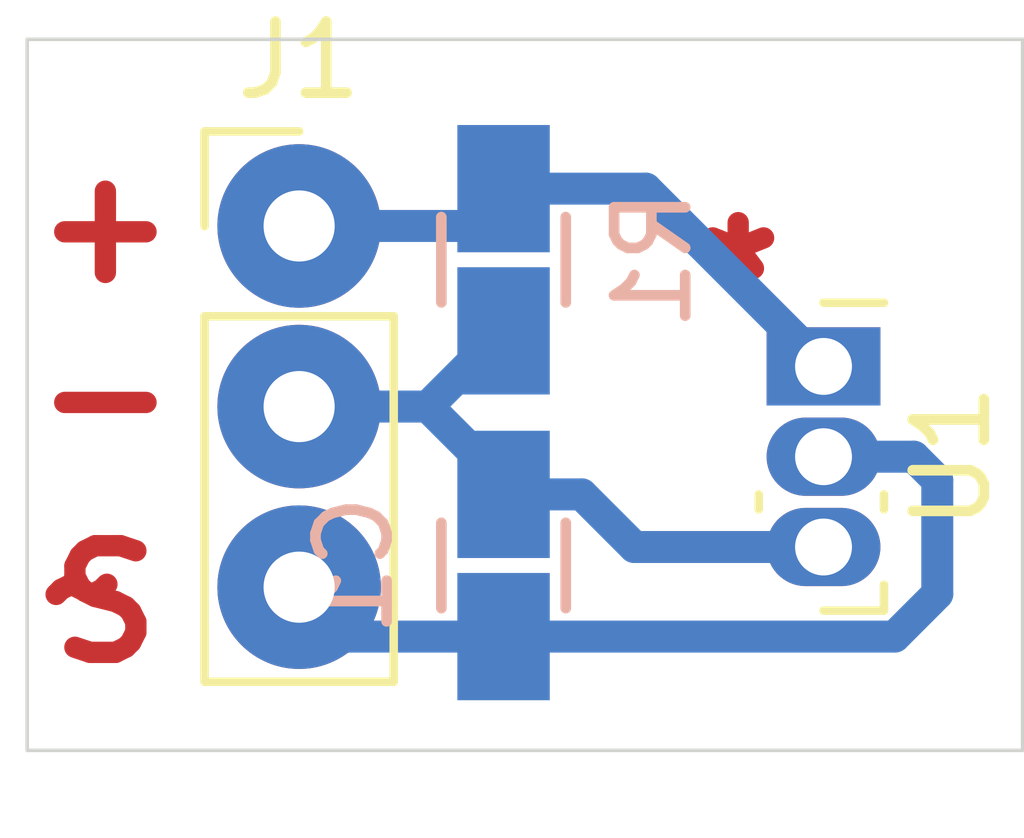
<source format=kicad_pcb>
(kicad_pcb (version 20171130) (host pcbnew 5.1.9-73d0e3b20d~88~ubuntu20.04.1)

  (general
    (thickness 1.6)
    (drawings 10)
    (tracks 18)
    (zones 0)
    (modules 4)
    (nets 4)
  )

  (page A4)
  (layers
    (0 F.Cu signal)
    (31 B.Cu signal)
    (32 B.Adhes user)
    (33 F.Adhes user)
    (34 B.Paste user)
    (35 F.Paste user)
    (36 B.SilkS user)
    (37 F.SilkS user)
    (38 B.Mask user)
    (39 F.Mask user)
    (40 Dwgs.User user)
    (41 Cmts.User user)
    (42 Eco1.User user)
    (43 Eco2.User user)
    (44 Edge.Cuts user)
    (45 Margin user)
    (46 B.CrtYd user)
    (47 F.CrtYd user)
    (48 B.Fab user)
    (49 F.Fab user)
  )

  (setup
    (last_trace_width 0.45)
    (trace_clearance 0.19)
    (zone_clearance 0.508)
    (zone_45_only no)
    (trace_min 0.2)
    (via_size 2)
    (via_drill 0.4)
    (via_min_size 0.4)
    (via_min_drill 0.3)
    (uvia_size 0.3)
    (uvia_drill 0.1)
    (uvias_allowed no)
    (uvia_min_size 0.2)
    (uvia_min_drill 0.1)
    (edge_width 0.05)
    (segment_width 0.2)
    (pcb_text_width 0.3)
    (pcb_text_size 1.5 1.5)
    (mod_edge_width 0.12)
    (mod_text_size 1 1)
    (mod_text_width 0.15)
    (pad_size 1.524 1.524)
    (pad_drill 0.762)
    (pad_to_mask_clearance 0)
    (aux_axis_origin 40 49)
    (visible_elements FFFFFF7F)
    (pcbplotparams
      (layerselection 0x01000_ffffffff)
      (usegerberextensions false)
      (usegerberattributes true)
      (usegerberadvancedattributes true)
      (creategerberjobfile true)
      (excludeedgelayer true)
      (linewidth 0.100000)
      (plotframeref false)
      (viasonmask false)
      (mode 1)
      (useauxorigin true)
      (hpglpennumber 1)
      (hpglpenspeed 20)
      (hpglpendiameter 15.000000)
      (psnegative false)
      (psa4output false)
      (plotreference true)
      (plotvalue true)
      (plotinvisibletext false)
      (padsonsilk false)
      (subtractmaskfromsilk false)
      (outputformat 1)
      (mirror false)
      (drillshape 0)
      (scaleselection 1)
      (outputdirectory ""))
  )

  (net 0 "")
  (net 1 "Net-(C1-Pad1)")
  (net 2 "Net-(C1-Pad2)")
  (net 3 "Net-(J1-Pad1)")

  (net_class Default "This is the default net class."
    (clearance 0.19)
    (trace_width 0.45)
    (via_dia 2)
    (via_drill 0.4)
    (uvia_dia 0.3)
    (uvia_drill 0.1)
    (add_net "Net-(C1-Pad1)")
    (add_net "Net-(C1-Pad2)")
    (add_net "Net-(J1-Pad1)")
  )

  (module Connector_PinHeader_2.54mm:PinHeader_1x03_P2.54mm_Vertical (layer F.Cu) (tedit 6046EF0E) (tstamp 604748D2)
    (at 43.825001 41.625001)
    (descr "Through hole straight pin header, 1x03, 2.54mm pitch, single row")
    (tags "Through hole pin header THT 1x03 2.54mm single row")
    (path /60471470)
    (fp_text reference J1 (at 0 -2.33) (layer F.SilkS)
      (effects (font (size 1 1) (thickness 0.15)))
    )
    (fp_text value HALL (at 0 7.41) (layer F.Fab)
      (effects (font (size 1 1) (thickness 0.15)))
    )
    (fp_line (start 1.8 -1.8) (end -1.8 -1.8) (layer F.CrtYd) (width 0.05))
    (fp_line (start 1.8 6.85) (end 1.8 -1.8) (layer F.CrtYd) (width 0.05))
    (fp_line (start -1.8 6.85) (end 1.8 6.85) (layer F.CrtYd) (width 0.05))
    (fp_line (start -1.8 -1.8) (end -1.8 6.85) (layer F.CrtYd) (width 0.05))
    (fp_line (start -1.33 -1.33) (end 0 -1.33) (layer F.SilkS) (width 0.12))
    (fp_line (start -1.33 0) (end -1.33 -1.33) (layer F.SilkS) (width 0.12))
    (fp_line (start -1.33 1.27) (end 1.33 1.27) (layer F.SilkS) (width 0.12))
    (fp_line (start 1.33 1.27) (end 1.33 6.41) (layer F.SilkS) (width 0.12))
    (fp_line (start -1.33 1.27) (end -1.33 6.41) (layer F.SilkS) (width 0.12))
    (fp_line (start -1.33 6.41) (end 1.33 6.41) (layer F.SilkS) (width 0.12))
    (fp_line (start -1.27 -0.635) (end -0.635 -1.27) (layer F.Fab) (width 0.1))
    (fp_line (start -1.27 6.35) (end -1.27 -0.635) (layer F.Fab) (width 0.1))
    (fp_line (start 1.27 6.35) (end -1.27 6.35) (layer F.Fab) (width 0.1))
    (fp_line (start 1.27 -1.27) (end 1.27 6.35) (layer F.Fab) (width 0.1))
    (fp_line (start -0.635 -1.27) (end 1.27 -1.27) (layer F.Fab) (width 0.1))
    (fp_text user %R (at 0 2.54 90) (layer F.Fab)
      (effects (font (size 1 1) (thickness 0.15)))
    )
    (pad 3 thru_hole circle (at 0 5.08) (size 2.3 2.3) (drill 1) (layers *.Cu *.Mask)
      (net 2 "Net-(C1-Pad2)"))
    (pad 2 thru_hole circle (at 0 2.54) (size 2.3 2.3) (drill 1) (layers *.Cu *.Mask)
      (net 1 "Net-(C1-Pad1)"))
    (pad 1 thru_hole circle (at 0 0) (size 2.3 2.3) (drill 1) (layers *.Cu *.Mask)
      (net 3 "Net-(J1-Pad1)"))
    (model ${KISYS3DMOD}/Connector_PinHeader_2.54mm.3dshapes/PinHeader_1x03_P2.54mm_Vertical.wrl
      (at (xyz 0 0 0))
      (scale (xyz 1 1 1))
      (rotate (xyz 0 0 0))
    )
  )

  (module Sensor_Current:Allegro_SIP-3 (layer F.Cu) (tedit 5A04BB4E) (tstamp 60474B0A)
    (at 51.2 43.6 270)
    (descr "Allegro Microsystems SIP-3, 1.27mm Pitch (http://www.allegromicro.com/~/media/Files/Datasheets/A1369-Datasheet.ashx)")
    (tags "Allegro SIP-3")
    (path /604704E4)
    (fp_text reference U1 (at 1.27 -1.8 90) (layer F.SilkS)
      (effects (font (size 1 1) (thickness 0.15)))
    )
    (fp_text value A1369xUA-10 (at 1.27 1.8 90) (layer F.Fab)
      (effects (font (size 1 1) (thickness 0.15)))
    )
    (fp_line (start 3.435 -0.85) (end 3.07 -0.85) (layer F.SilkS) (width 0.12))
    (fp_line (start -0.895 0) (end -0.895 -0.85) (layer F.SilkS) (width 0.12))
    (fp_line (start 3.435 -0.85) (end 3.435 0) (layer F.SilkS) (width 0.12))
    (fp_line (start 2.01 0.91) (end 1.8 0.91) (layer F.SilkS) (width 0.12))
    (fp_line (start 2.01 -0.85) (end 1.8 -0.85) (layer F.SilkS) (width 0.12))
    (fp_line (start -0.775 0) (end -0.775 -0.73) (layer F.Fab) (width 0.1))
    (fp_line (start -0.775 -0.73) (end 3.315 -0.73) (layer F.Fab) (width 0.1))
    (fp_line (start 3.315 -0.73) (end 3.315 0) (layer F.Fab) (width 0.1))
    (fp_line (start 3.315 0) (end 2.525 0.79) (layer F.Fab) (width 0.1))
    (fp_line (start 2.525 0.79) (end 0.015 0.79) (layer F.Fab) (width 0.1))
    (fp_line (start -0.775 0) (end 0.015 0.79) (layer F.Fab) (width 0.1))
    (fp_line (start 3.57 -1.05) (end -1.03 -1.05) (layer F.CrtYd) (width 0.05))
    (fp_line (start -1.03 -1.05) (end -1.03 1.05) (layer F.CrtYd) (width 0.05))
    (fp_line (start -1.03 1.05) (end 3.57 1.05) (layer F.CrtYd) (width 0.05))
    (fp_line (start 3.57 1.05) (end 3.57 -1.05) (layer F.CrtYd) (width 0.05))
    (fp_text user %R (at 1.27 0 90) (layer F.Fab)
      (effects (font (size 0.8 0.8) (thickness 0.1)))
    )
    (pad 3 thru_hole oval (at 2.54 0 270) (size 1.1 1.6) (drill 0.8) (layers *.Cu *.Mask)
      (net 1 "Net-(C1-Pad1)"))
    (pad 2 thru_hole oval (at 1.27 0 270) (size 1.1 1.6) (drill 0.8) (layers *.Cu *.Mask)
      (net 2 "Net-(C1-Pad2)"))
    (pad 1 thru_hole rect (at 0 0 270) (size 1.1 1.6) (drill 0.8) (layers *.Cu *.Mask)
      (net 3 "Net-(J1-Pad1)"))
    (model ${KISYS3DMOD}/Sensor_Current.3dshapes/Allegro_SIP-3.wrl
      (at (xyz 0 0 0))
      (scale (xyz 1 1 1))
      (rotate (xyz 0 0 0))
    )
  )

  (module coddingtonbear:0805_Milling (layer B.Cu) (tedit 5A864972) (tstamp 604748DA)
    (at 46.7 42.1 90)
    (descr "Resistor SMD 0805, reflow soldering, Vishay (see dcrcw.pdf)")
    (tags "resistor 0805")
    (path /60470D30)
    (attr smd)
    (fp_text reference R1 (at 0 2.1 270) (layer B.SilkS)
      (effects (font (size 1 1) (thickness 0.15)) (justify mirror))
    )
    (fp_text value 1k (at 0 -2.1 270) (layer B.Fab)
      (effects (font (size 1 1) (thickness 0.15)) (justify mirror))
    )
    (fp_line (start 0.6 -0.875) (end -0.6 -0.875) (layer B.SilkS) (width 0.15))
    (fp_line (start -0.6 0.875) (end 0.6 0.875) (layer B.SilkS) (width 0.15))
    (pad 1 smd rect (at -1 0 90) (size 1.79 1.3) (layers B.Cu B.Paste B.Mask)
      (net 1 "Net-(C1-Pad1)"))
    (pad 2 smd rect (at 1 0 90) (size 1.79 1.3) (layers B.Cu B.Paste B.Mask)
      (net 3 "Net-(J1-Pad1)"))
    (model Resistors_SMD.3dshapes/R_0805.wrl
      (at (xyz 0 0 0))
      (scale (xyz 1 1 1))
      (rotate (xyz 0 0 0))
    )
  )

  (module coddingtonbear:0805_Milling (layer B.Cu) (tedit 5A864972) (tstamp 604748BB)
    (at 46.7 46.4 270)
    (descr "Resistor SMD 0805, reflow soldering, Vishay (see dcrcw.pdf)")
    (tags "resistor 0805")
    (path /604729B4)
    (attr smd)
    (fp_text reference C1 (at 0 2.1 270) (layer B.SilkS)
      (effects (font (size 1 1) (thickness 0.15)) (justify mirror))
    )
    (fp_text value 20p (at 0 -2.1 270) (layer B.Fab)
      (effects (font (size 1 1) (thickness 0.15)) (justify mirror))
    )
    (fp_line (start 0.6 -0.875) (end -0.6 -0.875) (layer B.SilkS) (width 0.15))
    (fp_line (start -0.6 0.875) (end 0.6 0.875) (layer B.SilkS) (width 0.15))
    (pad 1 smd rect (at -1 0 270) (size 1.79 1.3) (layers B.Cu B.Paste B.Mask)
      (net 1 "Net-(C1-Pad1)"))
    (pad 2 smd rect (at 1 0 270) (size 1.79 1.3) (layers B.Cu B.Paste B.Mask)
      (net 2 "Net-(C1-Pad2)"))
    (model Resistors_SMD.3dshapes/R_0805.wrl
      (at (xyz 0 0 0))
      (scale (xyz 1 1 1))
      (rotate (xyz 0 0 0))
    )
  )

  (gr_line (start 40 49) (end 40 39) (layer Edge.Cuts) (width 0.05) (tstamp 60474CD1))
  (gr_line (start 54 49) (end 40 49) (layer Edge.Cuts) (width 0.05))
  (gr_line (start 54 39) (end 54 49) (layer Edge.Cuts) (width 0.05))
  (gr_line (start 40 39) (end 54 39) (layer Edge.Cuts) (width 0.05))
  (gr_text S (at 41.1 46.8 180) (layer F.Cu)
    (effects (font (size 1.5 1.5) (thickness 0.3)))
  )
  (gr_text ~ (at 40.1 46.1) (layer Dwgs.User)
    (effects (font (size 1 1) (thickness 0.15)))
  )
  (gr_text ~ (at 40.8 46.7) (layer F.Cu)
    (effects (font (size 1.5 1.5) (thickness 0.3)))
  )
  (gr_text - (at 41.1 44) (layer F.Cu)
    (effects (font (size 1.5 1.5) (thickness 0.3)))
  )
  (gr_text + (at 41.1 41.6) (layer F.Cu)
    (effects (font (size 1.5 1.5) (thickness 0.3)))
  )
  (gr_text * (at 50 42.4) (layer F.Cu)
    (effects (font (size 1.5 1.5) (thickness 0.3)))
  )

  (segment (start 45.634999 44.165001) (end 46.7 43.1) (width 0.45) (layer B.Cu) (net 1))
  (segment (start 43.825001 44.165001) (end 45.634999 44.165001) (width 0.45) (layer B.Cu) (net 1))
  (segment (start 46.7 45.230002) (end 45.634999 44.165001) (width 0.45) (layer B.Cu) (net 1))
  (segment (start 46.7 45.4) (end 46.7 45.230002) (width 0.45) (layer B.Cu) (net 1))
  (segment (start 48.54 46.14) (end 51.2 46.14) (width 0.45) (layer B.Cu) (net 1))
  (segment (start 47.8 45.4) (end 48.54 46.14) (width 0.45) (layer B.Cu) (net 1))
  (segment (start 46.7 45.4) (end 47.8 45.4) (width 0.45) (layer B.Cu) (net 1))
  (segment (start 44.52 47.4) (end 46.7 47.4) (width 0.45) (layer B.Cu) (net 2))
  (segment (start 43.825001 46.705001) (end 44.52 47.4) (width 0.45) (layer B.Cu) (net 2))
  (segment (start 46.7 47.4) (end 52.2 47.4) (width 0.45) (layer B.Cu) (net 2))
  (segment (start 52.2 47.4) (end 52.8 46.8) (width 0.45) (layer B.Cu) (net 2))
  (segment (start 52.8 46.8) (end 52.8 45.2) (width 0.45) (layer B.Cu) (net 2))
  (segment (start 52.47 44.87) (end 51.2 44.87) (width 0.45) (layer B.Cu) (net 2))
  (segment (start 52.8 45.2) (end 52.47 44.87) (width 0.45) (layer B.Cu) (net 2))
  (segment (start 46.174999 41.625001) (end 46.7 41.1) (width 0.45) (layer B.Cu) (net 3))
  (segment (start 43.825001 41.625001) (end 46.174999 41.625001) (width 0.45) (layer B.Cu) (net 3))
  (segment (start 48.7 41.1) (end 51.2 43.6) (width 0.45) (layer B.Cu) (net 3))
  (segment (start 46.7 41.1) (end 48.7 41.1) (width 0.45) (layer B.Cu) (net 3))

)

</source>
